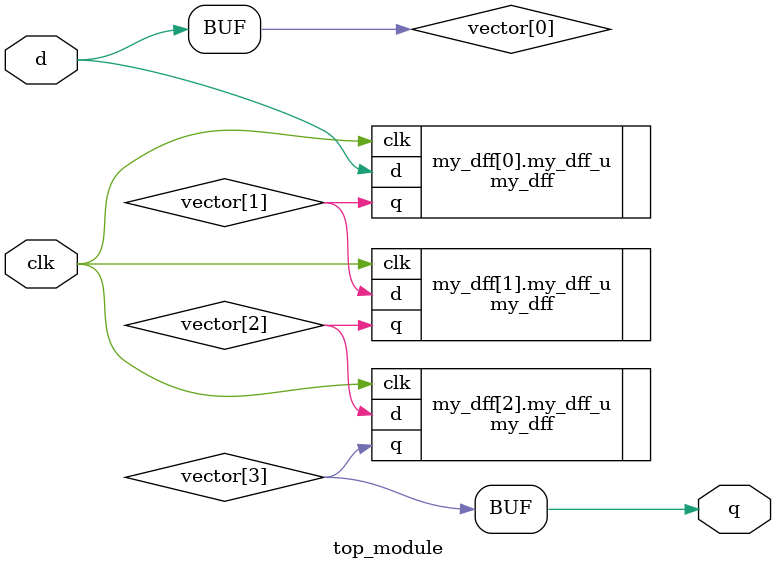
<source format=v>
module top_module ( input clk, input d, output q );
    wire vector[3:0];
    assign vector[0] = d;
    assign q = vector[3];
    genvar i;
    generate
        for(i=0; i<3; i=i+1) begin: my_dff
            my_dff my_dff_u ( .clk(clk), .d(vector[i]), .q(vector[i+1]) );
        end
    endgenerate
    
endmodule

</source>
